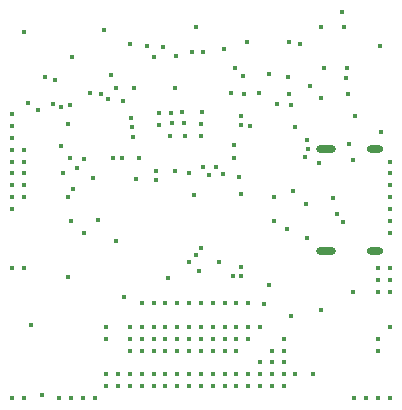
<source format=gbr>
%TF.GenerationSoftware,KiCad,Pcbnew,7.0.2*%
%TF.CreationDate,2023-08-08T21:17:31+02:00*%
%TF.ProjectId,Watchy,57617463-6879-42e6-9b69-6361645f7063,rev?*%
%TF.SameCoordinates,Original*%
%TF.FileFunction,Plated,1,2,PTH,Mixed*%
%TF.FilePolarity,Positive*%
%FSLAX46Y46*%
G04 Gerber Fmt 4.6, Leading zero omitted, Abs format (unit mm)*
G04 Created by KiCad (PCBNEW 7.0.2) date 2023-08-08 21:17:31*
%MOMM*%
%LPD*%
G01*
G04 APERTURE LIST*
%TA.AperFunction,ViaDrill*%
%ADD10C,0.400000*%
%TD*%
G04 aperture for slot hole*
%TA.AperFunction,ComponentDrill*%
%ADD11O,1.700000X0.600000*%
%TD*%
G04 aperture for slot hole*
%TA.AperFunction,ComponentDrill*%
%ADD12O,1.400000X0.600000*%
%TD*%
G04 APERTURE END LIST*
D10*
X69720000Y-87075000D03*
X69720000Y-88075000D03*
X69720000Y-89075000D03*
X69720000Y-90075000D03*
X69720000Y-91075000D03*
X69720000Y-92075000D03*
X69720000Y-93075000D03*
X69720000Y-94075000D03*
X69720000Y-95075000D03*
X69720000Y-100075000D03*
X69720000Y-111075000D03*
X70720000Y-80075000D03*
X70720000Y-90075000D03*
X70720000Y-91075000D03*
X70720000Y-92075000D03*
X70720000Y-93075000D03*
X70720000Y-94075000D03*
X70720000Y-100075000D03*
X70720000Y-111075000D03*
X71094600Y-86131400D03*
X71367000Y-104876600D03*
X71900400Y-86690200D03*
X72281400Y-110820200D03*
X72517000Y-83947000D03*
X73175430Y-86231030D03*
X73373600Y-84201000D03*
X73720000Y-111075000D03*
X73888600Y-89738200D03*
X73907000Y-86410800D03*
X74041000Y-92075000D03*
X74447400Y-87909400D03*
X74465800Y-94107900D03*
X74491200Y-100838000D03*
X74646072Y-86272500D03*
X74676000Y-90805000D03*
X74720000Y-96075000D03*
X74720000Y-111075000D03*
X74796000Y-82194400D03*
X74872200Y-93421200D03*
X75209400Y-91643200D03*
X75720000Y-111075000D03*
X75797300Y-90819700D03*
X75862800Y-97155000D03*
X76320000Y-85293200D03*
X76606400Y-92481400D03*
X76720000Y-111075000D03*
X77005800Y-95986600D03*
X77234400Y-85344000D03*
X77546200Y-79959200D03*
X77720000Y-105075000D03*
X77720000Y-106075000D03*
X77720000Y-109075000D03*
X77720000Y-110075000D03*
X77894800Y-85750400D03*
X78091733Y-83774190D03*
X78268224Y-90746624D03*
X78504400Y-97764600D03*
X78551599Y-84859051D03*
X78720000Y-109075000D03*
X78720000Y-110075000D03*
X79019336Y-90781084D03*
X79095600Y-85979000D03*
X79248000Y-102565200D03*
X79720000Y-81075000D03*
X79720000Y-105075000D03*
X79720000Y-106075000D03*
X79720000Y-107075000D03*
X79720000Y-109075000D03*
X79720000Y-110075000D03*
X79833297Y-87348450D03*
X79883000Y-88138000D03*
X79984600Y-88976200D03*
X80035400Y-84848450D03*
X80213200Y-92506800D03*
X80467776Y-90746624D03*
X80720000Y-103075000D03*
X80720000Y-105075000D03*
X80720000Y-106075000D03*
X80720000Y-107075000D03*
X80720000Y-109075000D03*
X80720000Y-110075000D03*
X81171400Y-81305400D03*
X81720000Y-103075000D03*
X81720000Y-105075000D03*
X81720000Y-106075000D03*
X81720000Y-107075000D03*
X81720000Y-109075000D03*
X81720000Y-110075000D03*
X81781000Y-82245200D03*
X81889600Y-91900924D03*
X81958800Y-92659200D03*
X82194400Y-86918800D03*
X82194400Y-87960200D03*
X82484852Y-81408781D03*
X82720000Y-103075000D03*
X82720000Y-105075000D03*
X82720000Y-106075000D03*
X82720000Y-107075000D03*
X82720000Y-109075000D03*
X82720000Y-110075000D03*
X82900476Y-100944724D03*
X83108800Y-88874600D03*
X83185000Y-86918800D03*
X83261200Y-87833200D03*
X83508200Y-91846400D03*
X83559000Y-84817900D03*
X83591400Y-82143600D03*
X83720000Y-103075000D03*
X83720000Y-105075000D03*
X83720000Y-106075000D03*
X83720000Y-107075000D03*
X83720000Y-109075000D03*
X83720000Y-110075000D03*
X84150200Y-86868000D03*
X84328000Y-87833200D03*
X84353400Y-88874600D03*
X84720000Y-92075000D03*
X84720000Y-103075000D03*
X84720000Y-105075000D03*
X84720000Y-106075000D03*
X84720000Y-107075000D03*
X84720000Y-109075000D03*
X84720000Y-110075000D03*
X84727400Y-99568000D03*
X84942050Y-81800709D03*
X85110000Y-93865000D03*
X85267800Y-79679800D03*
X85286200Y-99009200D03*
X85521800Y-100355400D03*
X85720000Y-103075000D03*
X85720000Y-105075000D03*
X85720000Y-106075000D03*
X85720000Y-107075000D03*
X85720000Y-109075000D03*
X85720000Y-110075000D03*
X85725000Y-88874600D03*
X85750400Y-87858600D03*
X85753100Y-98405053D03*
X85775800Y-86893400D03*
X85875850Y-81755369D03*
X85906400Y-91567000D03*
X86434500Y-92227400D03*
X86720000Y-103075000D03*
X86720000Y-105075000D03*
X86720000Y-106075000D03*
X86720000Y-107075000D03*
X86720000Y-109075000D03*
X86720000Y-110075000D03*
X86962600Y-91541600D03*
X87216600Y-99568000D03*
X87579200Y-92100400D03*
X87706200Y-81508600D03*
X87720000Y-103075000D03*
X87720000Y-105075000D03*
X87720000Y-106075000D03*
X87720000Y-107075000D03*
X87720000Y-109075000D03*
X87720000Y-110075000D03*
X88300736Y-85233657D03*
X88417400Y-100761800D03*
X88537400Y-89662000D03*
X88537900Y-90754200D03*
X88620600Y-83145990D03*
X88720000Y-103075000D03*
X88720000Y-105075000D03*
X88720000Y-106075000D03*
X88720000Y-107075000D03*
X88720000Y-109075000D03*
X88720000Y-110075000D03*
X88965498Y-92394498D03*
X89089056Y-87987450D03*
X89103200Y-93802200D03*
X89103200Y-100736400D03*
X89128600Y-100025200D03*
X89128800Y-87223600D03*
X89281000Y-83845400D03*
X89352076Y-85374524D03*
X89636600Y-80975200D03*
X89720000Y-103075000D03*
X89720000Y-105075000D03*
X89720000Y-106075000D03*
X89720000Y-109075000D03*
X89720000Y-110075000D03*
X89839800Y-88061800D03*
X90678000Y-85267800D03*
X90720000Y-105075000D03*
X90720000Y-108075000D03*
X90720000Y-109075000D03*
X90720000Y-110075000D03*
X91077400Y-103124000D03*
X91458400Y-83667600D03*
X91510491Y-101537111D03*
X91720000Y-107075000D03*
X91720000Y-108075000D03*
X91720000Y-109075000D03*
X91720000Y-110075000D03*
X91872100Y-96063053D03*
X91894088Y-94096400D03*
X92144200Y-86233000D03*
X92720000Y-106075000D03*
X92720000Y-107075000D03*
X92720000Y-108075000D03*
X92720000Y-109075000D03*
X92720000Y-110075000D03*
X92985000Y-96774000D03*
X93116400Y-83896200D03*
X93185600Y-80924400D03*
X93192600Y-85369400D03*
X93338000Y-86283800D03*
X93370400Y-104140000D03*
X93475100Y-93568300D03*
X93675200Y-88112600D03*
X93720000Y-109075000D03*
X94141600Y-81085702D03*
X94531300Y-90719076D03*
X94582600Y-94691200D03*
X94691200Y-89281000D03*
X94742000Y-97536000D03*
X94814812Y-90022672D03*
X94919800Y-84658200D03*
X95217600Y-109016800D03*
X95690000Y-91160000D03*
X95859600Y-79705200D03*
X95859600Y-85699600D03*
X95889400Y-103650800D03*
X96113600Y-83108800D03*
X96894000Y-94157800D03*
X97256600Y-95478600D03*
X97637600Y-78435200D03*
X97790000Y-96215200D03*
X97810000Y-79670000D03*
X97967800Y-84023200D03*
X98094800Y-83159600D03*
X98138600Y-85345000D03*
X98272600Y-89585800D03*
X98628500Y-90957400D03*
X98628500Y-102133400D03*
X98720000Y-111075000D03*
X98781901Y-87184161D03*
X99720000Y-111075000D03*
X100720000Y-100075000D03*
X100720000Y-101075000D03*
X100720000Y-102075000D03*
X100720000Y-106075000D03*
X100720000Y-107075000D03*
X100720000Y-111075000D03*
X100909170Y-81259630D03*
X101008800Y-88595200D03*
X101720000Y-91075000D03*
X101720000Y-92075000D03*
X101720000Y-93075000D03*
X101720000Y-94075000D03*
X101720000Y-95075000D03*
X101720000Y-96075000D03*
X101720000Y-97075000D03*
X101720000Y-100075000D03*
X101720000Y-101075000D03*
X101720000Y-102075000D03*
X101720000Y-105075000D03*
X101720000Y-111075000D03*
D11*
%TO.C,J2*%
X96270000Y-90040000D03*
X96270000Y-98680000D03*
D12*
X100440000Y-90040000D03*
X100440000Y-98680000D03*
M02*

</source>
